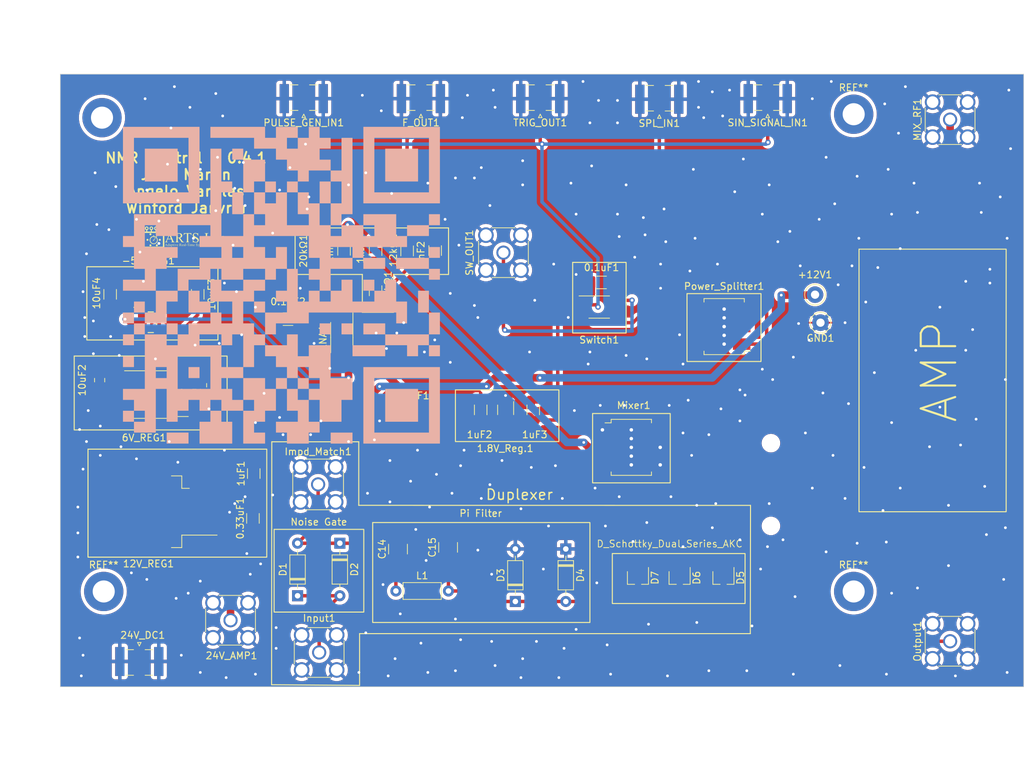
<source format=kicad_pcb>
(kicad_pcb (version 20221018) (generator pcbnew)
  (layers (0 "F.Cu" signal) (31 "B.Cu" signal) (34 "B.Paste" user) (35 "F.Paste" user) (36 "B.SilkS" user "B.Silkscreen") (37 "F.SilkS" user "F.Silkscreen") (38 "B.Mask" user) (39 "F.Mask" user) (44 "Edge.Cuts" user))
  (net 0 "")
  (net 1 "GND")
  (net 2 "Net-(F_OUT1-In)")
  (net 3 "Net-(D1-A)")
  (net 4 "Net-(D3-K)")
  (net 5 "Net-(D1-K)")
  (net 6 "Net-(MIX_RF1-In)")
  (net 7 "Net-(PULSE_GEN_IN1-In)")
  (net 8 "Net-(LNA1-+IN1)")
  (net 9 "Net-(SW_OUT1-In)")
  (net 10 "Net-(LNA1-OUT1)")
  (net 11 "Net-(LNA1--IN1)")
  (net 12 "Net-(LNA1--IN2)")
  (net 13 "Net-(+12V1-In)")
  (net 14 "Net-(1.8V_Reg.1-OUT)")
  (net 17 "Net-(Power_Splitter1-SUM)")
  (net 19 "Net-(Power_Splitter1-PORT2)")
  (net 21 "Net-(12V_REG1-VI)")
  (net 22 "Net-(-5V_REG1-OUT)")
  (net 23 "Net-(-5V_REG1-V+)")
  (net 24 "Net-(-5V_REG1-C1-)")
  (net 25 "Net-(-5V_REG1-C1+)")
  (net 26 "Net-(Mixer1-IF)")
  (footprint "Connector_Pin:Pin_D1.0mm_L10.0mm_LooseFit" (layer "F.Cu") (at 185.6486 75.184 180)
    (fp_text reference "+12V1")
    (fp_text value "Pin Hole" hide)
  )
  (footprint "Package_TO_SOT_SMD:TSOT-23_HandSoldering" (layer "F.Cu") (at 166.0296 116.264 -90)
    (fp_text reference "D6")
    (fp_text value "D_Schottky_Dual_Series_AKC" hide)
  )
  (footprint "MountingHole:MountingHole_3.2mm_M3_ISO7380_Pad" (layer "F.Cu") (at 191.25 49)
    (fp_text reference "REF**")
    (fp_text value "MountingHole_3.2mm_M3_ISO7380_Pad")
  )
  (footprint "Capacitor_SMD:C_1206_3216Metric" (layer "F.Cu") (at 126.9492 91.694)
    (fp_text reference "0.1.uF1")
    (fp_text value "0.1uF" hide)
  )
  (footprint "MountingHole:MountingHole_2.2mm_M2_DIN965" (layer "F.Cu") (at 179.25 96.73)
    (fp_text reference "REF**" hide)
    (fp_text value "MountingHole_2.2mm_M2_DIN965")
  )
  (footprint "Capacitor_SMD:C_1206_3216Metric" (layer "F.Cu") (at 117.348 68.754 90)
    (fp_text reference "1nF1")
    (fp_text value "C")
  )
  (footprint "Capacitor_SMD:C_1206_3216Metric" (layer "F.Cu") (at 154.686 73.406 180)
    (fp_text reference "0.1uF1")
    (fp_text value "0.1 uF" hide)
  )
  (footprint "Capacitor_SMD:C_1206_3216Metric" (layer "F.Cu") (at 83.427 75.135 -90)
    (fp_text reference "10uF4")
    (fp_text value "10 uF")
  )
  (footprint "Capacitor_SMD:C_0805_2012Metric" (layer "F.Cu") (at 81.909 87.585 90)
    (fp_text reference "10uF2")
    (fp_text value "10 uF" hide)
  )
  (footprint "Library:ARTS" (layer "F.Cu") (at 94.16 67.21)
    (fp_text reference "G***" hide)
    (fp_text value "LOGO" hide)
  )
  (footprint "Diode_THT:D_DO-35_SOD27_P7.62mm_Horizontal" (layer "F.Cu") (at 116.7384 111.252 -90)
    (fp_text reference "D2")
    (fp_text value "1N4148")
  )
  (footprint "Connector_Coaxial:SMA_Samtec_SMA-J-P-X-ST-EM1_EdgeMount" (layer "F.Cu") (at 178.785 46.736 180)
    (fp_text reference "SIN_SIGNAL_IN1")
    (fp_text value "Conn_Coaxial")
  )
  (footprint "Capacitor_SMD:C_1206_3216Metric" (layer "F.Cu") (at 104.255 101.141 90)
    (fp_text reference "1uF1")
    (fp_text value "1 uF" hide)
  )
  (footprint "Capacitor_SMD:C_1206_3216Metric" (layer "F.Cu") (at 96.127 75.135 -90)
    (fp_text reference "10uF3")
    (fp_text value "10 uF" hide)
  )
  (footprint "Resistor_SMD:R_1206_3216Metric" (layer "F.Cu") (at 126.492 68.832 90)
    (fp_text reference "12kΩ1")
    (fp_text value "R" hide)
  )
  (footprint "Library:MF05A" (layer "F.Cu") (at 89.3198 79.1845)
    (fp_text reference "-5V_REG1")
    (fp_text value "LM828M5" hide)
  )
  (footprint "Connector_Coaxial:SMA_Samtec_SMA-J-P-X-ST-EM1_EdgeMount" (layer "F.Cu") (at 87.661 128.409)
    (fp_text reference "24V_DC1")
    (fp_text value "Conn_Coaxial")
  )
  (footprint "Package_TO_SOT_SMD:TO-252-2" (layer "F.Cu") (at 88.626 89.682 180)
    (fp_text reference "6V_REG1")
    (fp_text value "NCP1117-5.0_TO252" hide)
  )
  (footprint "Package_TO_SOT_SMD:TO-263-3_TabPin2" (layer "F.Cu") (at 88.991 106.68 180)
    (fp_text reference "12V_REG1")
    (fp_text value "LM7812_TO220" hide)
  )
  (footprint "Capacitor_SMD:C_1206_3216Metric" (layer "F.Cu") (at 109.22 78.74)
    (fp_text reference "0.1uF2")
    (fp_text value "0.1uF" hide)
  )
  (footprint "MountingHole:MountingHole_3.2mm_M3_ISO7380_Pad" (layer "F.Cu") (at 191.25 118.25)
    (fp_text reference "REF**")
    (fp_text value "MountingHole_3.2mm_M3_ISO7380_Pad")
  )
  (footprint "Diode_THT:D_DO-35_SOD27_P7.62mm_Horizontal" (layer "F.Cu") (at 149.5044 112.0846 -90)
    (fp_text reference "D4")
    (fp_text value "1N4148")
  )
  (footprint "Inductor_THT:L_Axial_L5.3mm_D2.2mm_P7.62mm_Horizontal_Vishay_IM-1" (layer "F.Cu") (at 124.8664 118.1806)
    (fp_text reference "L1")
    (fp_text value "L")
  )
  (footprint "Capacitor_SMD:C_1210_3225Metric_Pad1.33x2.70mm_HandSolder" (layer "F.Cu") (at 132.4356 111.8493 90)
    (fp_text reference "C15")
    (fp_text value "C")
  )
  (footprint "Connector_Coaxial:SMA_Amphenol_132291_Vertical" (layer "F.Cu") (at 205.232 49.784 90)
    (fp_text reference "MIX_RF1")
    (fp_text value "Conn_Coaxial")
  )
  (footprint "Capacitor_SMD:C_1206_3216Metric" (layer "F.Cu") (at 104.14 107.647 90)
    (fp_text reference "0.33uF1")
    (fp_text value "0.33 uF" hide)
  )
  (footprint "Package_TO_SOT_SMD:SOT-353_SC-70-5" (layer "F.Cu") (at 140.782 91.8955 -90)
    (fp_text reference "1.8V_Reg.1")
    (fp_text value "NCP715-1.8V" hide)
  )
  (footprint "Connector_Coaxial:SMA_Amphenol_132134_Vertical" (layer "F.Cu") (at 113.5888 102.7176)
    (fp_text reference "Impd_Match1")
    (fp_text value "Conn_Coaxial" hide)
  )
  (footprint "Diode_THT:D_DO-35_SOD27_P7.62mm_Horizontal" (layer "F.Cu") (at 142.1904 119.7046 90)
    (fp_text reference "D3")
    (fp_text value "1N4148")
  )
  (footprint "Package_TO_SOT_SMD:TSOT-23_HandSoldering" (layer "F.Cu") (at 172.3796 116.264 -90)
    (fp_text reference "D5")
    (fp_text value "D_Schottky_Dual_Series_AKC" hide)
  )
  (footprint "Package_SO:MSOP-8_3x3mm_P0.65mm" (layer "F.Cu") (at 154.3515 76.9805)
    (fp_text reference "Switch1")
    (fp_text value "ADG901BRMZ" hide)
  )
  (footprint "Capacitor_SMD:C_1206_3216Metric" (layer "F.Cu") (at 137.16 91.899 90)
    (fp_text reference "1uF2")
    (fp_text value "1 uF" hide)
  )
  (footprint "Connector_Coaxial:SMA_Amphenol_132291_Vertical" (layer "F.Cu") (at 205.232 125.476 90)
    (fp_text reference "Output1")
    (fp_text value "Conn_Coaxial")
  )
  (footprint "Connector_Coaxial:SMA_Amphenol_132291_Vertical" (layer "F.Cu") (at 113.7412 127.1016)
    (fp_text reference "Input1")
    (fp_text value "Conn_Coaxial")
  )
  (footprint "RF_Mini-Circuits:Mini-Circuits_CD636_LandPatternPL-035" (layer "F.Cu") (at 172.466 79.8155 180)
    (fp_text reference "Power_Splitter1")
    (fp_text value "ADP-2-1W" hide)
  )
  (footprint "Resistor_SMD:R_1206_3216Metric" (layer "F.Cu") (at 113.284 68.832 90)
    (fp_text reference "20kΩ1")
    (fp_text value "R" hide)
  )
  (footprint "Capacitor_SMD:C_1210_3225Metric_Pad1.33x2.70mm_HandSolder" (layer "F.Cu") (at 125.1712 112.1033 90)
    (fp_text reference "C14")
    (fp_text value "C" hide)
  )
  (footprint "Resistor_SMD:R_1206_3216Metric" (layer "F.Cu") (at 121.92 74.6145 -90)
    (fp_text reference "100kΩ1")
    (fp_text value "R" hide)
  )
  (footprint "Connector_Coaxial:SMA_Samtec_SMA-J-P-X-ST-EM1_EdgeMount" (layer "F.Cu") (at 163.068 46.8265 180)
    (fp_text reference "SPL_IN1")
    (fp_text value "Conn_Coaxial")
  )
  (footprint "Connector_Coaxial:SMA_Amphenol_132291_Vertical" (layer "F.Cu") (at 100.8888 122.428)
    (fp_text reference "24V_AMP1")
    (fp_text value "Conn_Coaxial")
  )
  (footprint "Connector_Pin:Pin_D1.0mm_L10.0mm_LooseFit" (layer "F.Cu") (at 186.436 79.248)
    (fp_text reference "GND1")
    (fp_text value "Pin Hole")
  )
  (footprint "RF_Mini-Circuits:Mini-Circuits_CD542_LandPatternPL-052" (layer "F.Cu") (at 159.004 97.3415)
    (fp_text reference "Mixer1")
    (fp_text value "ADE-6" hide)
  )
  (footprint "Connector_Coaxial:SMA_Samtec_SMA-J-P-X-ST-EM1_EdgeMount" (layer "F.Cu") (at 145.796 46.736 180)
    (fp_text reference "TRIG_OUT1")
    (fp_text value "Conn_Coaxial")
  )
  (footprint "Package_SO:TSSOP-8_4.4x3mm_P0.65mm" (layer "F.Cu") (at 117.023 81.408 -90)
    (fp_text reference "LNA1")
    (fp_text value "LM4565" hide)
  )
  (footprint "Capacitor_SMD:C_1206_3216Metric" (layer "F.Cu") (at 144.78 91.899 90)
    (fp_text reference "1uF3")
    (fp_text value "1 uF" hide)
  )
  (footprint "Capacitor_SMD:C_1206_3216Metric" (layer "F.Cu") (at 130.556 68.785 90)
    (fp_text reference "1nF2")
    (fp_text value "C" hide)
  )
  (footprint "Package_TO_SOT_SMD:TSOT-23_HandSoldering" (layer "F.Cu") (at 159.9844 116.264 -90)
    (fp_text reference "D7")
    (fp_text value "D_Schottky_Dual_Series_AKC" hide)
  )
  (footprint "MountingHole:MountingHole_3.2mm_M3_ISO7380_Pad" (layer "F.Cu") (at 82.5 118.25)
    (fp_text reference "REF**")
    (fp_text value "MountingHole_3.2mm_M3_ISO7380_Pad")
  )
  (footprint "Connector_Coaxial:SMA_Samtec_SMA-J-P-X-ST-EM1_EdgeMount" (layer "F.Cu") (at 128.493 46.736 180)
    (fp_text reference "F_OUT1")
    (fp_text value "Conn_Coaxial")
  )
  (footprint "MountingHole:MountingHole_3.2mm_M3_ISO7380_Pad" (layer "F.Cu") (at 82.25 49.5)
    (fp_text reference "REF**" hide)
    (fp_text value "MountingHole_3.2mm_M3_ISO7380_Pad")
  )
  (footprint "Capacitor_SMD:C_0805_2012Metric" (layer "F.Cu") (at 98.159 88.326 -90)
    (fp_text reference "10uF1")
    (fp_text value "10 uF")
  )
  (footprint "Connector_Coaxial:SMA_Amphenol_132291_Vertical" (layer "F.Cu") (at 140.462 69.088 90)
    (fp_text reference "SW_OUT1")
    (fp_text value "Conn_Coaxial")
  )
  (footprint "Diode_THT:D_DO-35_SOD27_P7.62mm_Horizontal" (layer "F.Cu") (at 110.6084 118.872 90)
    (fp_text reference "D1")
    (fp_text value "1N4148")
  )
  (footprint "MountingHole:MountingHole_2.2mm_M2_DIN965" (layer "F.Cu") (at 179.25 108.74)
    (fp_text reference "REF**" hide)
    (fp_text value "MountingHole_2.2mm_M2_DIN965")
  )
  (footprint "Resistor_SMD:R_1206_3216Metric" (layer "F.Cu") (at 121.92 68.7725 -90)
    (fp_text reference "1kΩ1")
    (fp_text value "R" hide)
  )
  (footprint "Connector_Coaxial:SMA_Samtec_SMA-J-P-X-ST-EM1_EdgeMount" (layer "F.Cu") (at 111.506 46.736 180)
    (fp_text reference "PULSE_GEN_IN1")
    (fp_text value "Conn_Coaxial")
  )
  (footprint "Library:githubQR" (layer "B.Cu") (at 108.52 73.56 180)
    (fp_text reference "G***" hide)
    (fp_text value "LOGO" hide)
  )
  (gr_rect (start 107.21 109.24) (end 120.21 121.24) (stroke (width 0.15)) (fill none) (layer "F.SilkS"))
  (gr_line (start 119.48 105.75) (end 176.29 105.76) (stroke (width 0.15)) (layer "F.SilkS"))
  (gr_rect (start 167.08 75.03) (end 177.81 84.88) (stroke (width 0.15)) (fill none) (layer "F.SilkS"))
  (gr_line (start 176.26 124.37) (end 119.6 124.37) (stroke (width 0.15)) (layer "F.SilkS"))
  (gr_rect (start 192.024 68.58) (end 213.36 106.68) (stroke (width 0.15)) (fill none) (layer "F.SilkS"))
  (gr_line (start 119.6 131.88) (end 106.84 131.78) (stroke (width 0.15)) (layer "F.SilkS"))
  (gr_rect (start 78.22 84.09) (end 100.39 94.81) (stroke (width 0.15)) (fill none) (layer "F.SilkS"))
  (gr_line (start 132.5 72.25) (end 124.5 72.25) (stroke (width 0.15)) (layer "F.SilkS"))
  (gr_line (start 106.84 131.78) (end 106.87 96.53) (stroke (width 0.15)) (layer "F.SilkS"))
  (gr_rect (start 121.5 108.25) (end 153 122.75) (stroke (width 0.15)) (fill none) (layer "F.SilkS"))
  (gr_line (start 176.29 105.76) (end 176.26 124.37) (stroke (width 0.15)) (layer "F.SilkS"))
  (gr_rect (start 150.5 70.5) (end 158.25 80.75) (stroke (width 0.15)) (fill none) (layer "F.SilkS"))
  (gr_rect (start 80.22 97.6) (end 106.14 113.27) (stroke (width 0.15)) (fill none) (layer "F.SilkS"))
  (gr_line (start 110.25 72.25) (end 110.25 65.5) (stroke (width 0.15)) (layer "F.SilkS"))
  (gr_line (start 132.5 65.5) (end 132.5 72.25) (stroke (width 0.15)) (layer "F.SilkS"))
  (gr_line (start 119.6 124.37) (end 119.6 131.88) (stroke (width 0.15)) (layer "F.SilkS"))
  (gr_line (start 106.87 96.53) (end 119.48 96.53) (stroke (width 0.15)) (layer "F.SilkS"))
  (gr_line (start 124.5 72.25) (end 124.5 77.75) (stroke (width 0.15)) (layer "F.SilkS"))
  (gr_rect (start 133.5 89) (end 148.5 96.5) (stroke (width 0.15)) (fill none) (layer "F.SilkS"))
  (gr_line (start 124.5 77.75) (end 120 77.75) (stroke (width 0.15)) (layer "F.SilkS"))
  (gr_line (start 119.48 96.53) (end 119.48 105.75) (stroke (width 0.15)) (layer "F.SilkS"))
  (gr_rect (start 80.05 71.13) (end 99.06 81.76) (stroke (width 0.15)) (fill none) (layer "F.SilkS"))
  (gr_line (start 110.25 65.5) (end 132.5 65.5) (stroke (width 0.15)) (layer "F.SilkS"))
  (gr_rect (start 153.39 92.43) (end 164.65 102.49) (stroke (width 0.15)) (fill none) (layer "F.SilkS"))
  (gr_line (start 120 77.75) (end 120 72.25) (stroke (width 0.15)) (layer "F.SilkS"))
  (gr_line (start 120 72.25) (end 110.25 72.25) (stroke (width 0.15)) (layer "F.SilkS"))
  (gr_rect (start 156.25 112.75) (end 175.5 120) (stroke (width 0.15)) (fill none) (layer "F.SilkS"))
  (gr_rect (start 76.2 43.18) (end 215.9 132.08) (stroke (width 0.1)) (fill none) (layer "Edge.Cuts"))
  (gr_text "Duplexer" (at 137.8 105.07) (layer "F.SilkS") (effects (font (size 1.5 1.5) (thickness 0.2)) (justify left bottom)))
  (gr_text "Pi Filter\n" (at 134 107.5) (layer "F.SilkS") (effects (font (size 1 1)) (justify left bottom)))
  (gr_text "Noise Gate\n" (at 109.5 108.75) (layer "F.SilkS") (effects (font (size 1 1)) (justify left bottom)))
  (gr_text "NMR Control V 0.4.1\nJake Martin\nAngelo Varillas\nWinford Janvrin" (at 94.43 63.47) (layer "F.SilkS") (effects (font (size 1.5 1.5) (thickness 0.275) bold) (justify bottom)))
  (gr_text "D_Schottky_Dual_Series_AKC" (at 153.91 111.92) (layer "F.SilkS") (effects (font (size 1 1) (thickness 0.125)) (justify left bottom)))
  (gr_text "Filter" (at 120.25 65) (layer "F.SilkS") (effects (font (size 1 1)) (justify left bottom)))
  (gr_text "AMP" (at 206.6 94.04 90) (layer "F.SilkS") (effects (font (size 5 5) (thickness 0.3)) (justify left bottom)))
  (segment (start 183.388 79.248) (end 183.261 79.375) (width 0.25) (layer "F.Cu") (net 1))
  (segment (start 186.436 79.248) (end 184.785 80.899) (width 0.25) (layer "F.Cu") (net 1))
  (segment (start 151.0405 77.3055) (end 149.86 78.486) (width 0.25) (layer "F.Cu") (net 1))
  (segment (start 116.048 84.2705) (end 116.048 85.452) (width 0.25) (layer "F.Cu") (net 1))
  (segment (start 151.0555 77.3055) (end 151.0405 77.3055) (width 0.25) (layer "F.Cu") (net 1))
  (segment (start 184.785 80.899) (end 184.785 81.788) (width 0.25) (layer "F.Cu") (net 1))
  (segment (start 140.7668 89.8144) (end 140.782 89.7992) (width 0.25) (layer "F.Cu") (net 1))
  (segment (start 116 85.5) (end 115.66 85.5) (width 0.25) (layer "F.Cu") (net 1))
  (segment (start 186.436 79.248) (end 183.388 79.248) (width 0.25) (layer "F.Cu") (net 1))
  (segment (start 140.782 89.8296) (end 140.7668 89.8144) (width 0.25) (layer "F.Cu") (net 1))
  (segment (start 156.464 76.6555) (end 156.464 77.9555) (width 0.25) (layer "F.Cu") (net 1))
  (segment (start 116.048 85.452) (end 116 85.5) (width 0.25) (layer "F.Cu") (net 1))
  (segment (start 140.782 90.9455) (end 140.782 89.8296) (width 0.25) (layer "F.Cu") (net 1))
  (segment (start 152.239 77.3055) (end 151.0555 77.3055) (width 0.25) (layer "F.Cu") (net 1))
  (segment (start 115.66 85.5) (end 115.29 85.87) (width 0.25) (layer "F.Cu") (net 1))
  (segment (start 189.998 79.248) (end 190 79.25) (width 0.25) (layer "F.Cu") (net 1))
  (segment (start 186.436 79.248) (end 189.998 79.248) (width 0.25) (layer "F.Cu") (net 1))
  (via (at 143 106.25) (size 0.8) (drill 0.4) (layers "F.Cu" "B.Cu") (net 1))
  (via (at 103 62.25) (size 0.8) (drill 0.4) (layers "F.Cu" "B.Cu") (net 1))
  (via (at 107.5 126.5) (size 0.8) (drill 0.4) (layers "F.Cu" "B.Cu") (net 1))
  (via (at 191.75 111.25) (size 0.8) (drill 0.4) (layers "F.Cu" "B.Cu") (net 1))
  (via (at 95.75 82.5) (size 0.8) (drill 0.4) (layers "F.Cu" "B.Cu") (net 1))
  (via (at 188.5 62) (size 0.8) (drill 0.4) (layers "F.Cu" "B.Cu") (net 1))
  (via (at 114 93.5) (size 0.8) (drill 0.4) (layers "F.Cu" "B.Cu") (net 1))
  (via (at 153.75 103.25) (size 0.8) (drill 0.4) (layers "F.Cu" "B.Cu") (net 1))
  (via (at 157.25 104.5) (size 0.8) (drill 0.4) (layers "F.Cu" "B.Cu") (net 1))
  (via (at 78.75 113.25) (size 0.8) (drill 0.4) (layers "F.Cu" "B.Cu") (net 1))
  (via (at 193 76.25) (size 0.8) (drill 0.4) (layers "F.Cu" "B.Cu") (net 1))
  (via (at 139.25 129) (size 0.8) (drill 0.4) (layers "F.Cu" "B.Cu") (net 1))
  (via (at 92.25 51) (size 0.8) (drill 0.4) (layers "F.Cu" "B.Cu") (net 1))
  (via (at 210.5 110) (size 0.8) (drill 0.4) (layers "F.Cu" "B.Cu") (net 1))
  (via (at 79 125) (size 0.8) (drill 0.4) (layers "F.Cu" "B.Cu") (net 1))
  (via (at 164 67.5) (size 0.8) (drill 0.4) (layers "F.Cu" "B.Cu") (net 1))
  (via (at 133 104) (size 0.8) (drill 0.4) (layers "F.Cu" "B.Cu") (net 1))
  (via (at 100.75 106.75) (size 0.8) (drill 0.4) (layers "F.Cu" "B.Cu") (net 1))
  (via (at 94.75 118.5) (size 0.8) (drill 0.4) (layers "F.Cu" "B.Cu") (net 1))
  (via (at 122 80.75) (size 0.8) (drill 0.4) (layers "F.Cu" "B.Cu") (net 1))
  (via (at 79.75 78.5) (size 0.8) (drill 0.4) (layers "F.Cu" "B.Cu") (net 1))
  (via (at 157 63.5) (size 0.8) (drill 0.4) (layers "F.Cu" "B.Cu") (net 1))
  (via (at 153.25 56.5) (size 0.8) (drill 0.4) (layers "F.Cu" "B.Cu") (net 1))
  (via (at 109.5 56.75) (size 0.8) (drill 0.4) (layers "F.Cu" "B.Cu") (net 1))
  (via (at 122.5 93.5) (size 0.8) (drill 0.4) (layers "F.Cu" "B.Cu") (net 1))
  (via (at 190 104.75) (size 0.8) (drill 0.4) (layers "F.Cu" "B.Cu") (net 1))
  (via (at 132 64.25) (size 0.8) (drill 0.4) (layers "F.Cu" "B.Cu") (net 1))
  (via (at 147 108.75) (size 0.8) (drill 0.4) (layers "F.Cu" "B.Cu") (net 1))
  (via (at 212.5 61) (size 0.8) (drill 0.4) (layers "F.Cu" "B.Cu") (net 1))
  (via (at 174 60.25) (size 0.8) (drill 0.4) (layers "F.Cu" "B.Cu") (net 1))
  (via (at 121.75 96.25) (size 0.8) (drill 0.4) (layers "F.Cu" "B.Cu") (net 1))
  (via (at 88.5 46.75) (size 0.8) (drill 0.4) (layers "F.Cu" "B.Cu") (net 1))
  (via (at 151 123.75) (size 0.8) (drill 0.4) (layers "F.Cu" "B.Cu") (net 1))
  (via (at 175.5 89.75) (size 0.8) (drill 0.4) (layers "F.Cu" "B.Cu") (net 1))
  (via (at 196 130.25) (size 0.8) (drill 0.4) (layers "F.Cu" "B.Cu") (net 1))
  (via (at 154.25 47) (size 0.8) (drill 0.4) (layers "F.Cu" "B.Cu") (net 1))
  (via (at 161.25 108.25) (size 0.8) (drill 0.4) (layers "F.Cu" "B.Cu") (net 1))
  (via (at 213.75 45.5) (size 0.8) (drill 0.4) (layers "F.Cu" "B.Cu") (net 1))
  (via (at 97.75 91.75) (size 0.8) (drill 0.4) (layers "F.Cu" "B.Cu") (net 1))
  (via (at 101.75 74.75) (size 0.8) (drill 0.4) (layers "F.Cu" "B.Cu") (net 1))
  (via (at 163.25 74.25) (size 0.8) (drill 0.4) (layers "F.Cu" "B.Cu") (net 1))
  (via (at 129 83.5) (size 0.8) (drill 0.4) (layers "F.Cu" "B.Cu") (net 1))
  (via (at 158.25 59.25) (size 0.8) (drill 0.4) (layers "F.Cu" "B.Cu") (net 1))
  (via (at 127 102.25) (size 0.8) (drill 0.4) (layers "F.Cu" "B.Cu") (net 1))
  (via (at 80 69.25) (size 0.8) (drill 0.4) (layers "F.Cu" "B.Cu") (net 1))
  (via (at 96.5 130) (size 0.8) (drill 0.4) (layers "F.Cu" "B.Cu") (net 1))
  (via (at 151 63.5) (size 0.8) (drill 0.4) (layers "F.Cu" "B.Cu") (net 1))
  (via (at 136.75 78.5) (size 0.8) (drill 0.4) (layers "F.Cu" "B.Cu") (net 1))
  (via (at 211 73.5) (size 0.8) (drill 0.4) (layers "F.Cu" "B.Cu") (net 1))
  (via (at 134 68) (size 0.8) (drill 0.4) (layers "F.Cu" "B.Cu") (net 1))
  (via (at 88.25 73.25) (size 0.8) (drill 0.4) (layers "F.Cu" "B.Cu") (net 1))
  (via (at 167.5 71.75) (size 0.8) (drill 0.4) (layers "F.Cu" "B.Cu") (net 1))
  (via (at 102.5 81) (size 0.8) (drill 0.4) (layers "F.Cu" "B.Cu") (net 1))
  (via (at 189 73.75) (size 0.8) (drill 0.4) (layers "F.Cu" "B.Cu") (net 1))
  (via (at 130.5 81.75) (size 0.8) (drill 0.4) (layers "F.Cu" "B.Cu") (net 1))
  (via (at 149.25 126.5) (size 0.8) (drill 0.4) (layers "F.Cu" "B.Cu") (net 1))
  (via (at 136.75 112.25) (size 0.8) (drill 0.4) (layers "F.Cu" "B.Cu") (net 1))
  (via (at 112.25 61) (size 0.8) (drill 0.4) (layers "F.Cu" "B.Cu") (net 1))
  (via (at 99.25 82.25) (size 0.8) (drill 0.4) (layers "F.Cu" "B.Cu") (net 1))
  (via (at 120.5 57.5) (size 0.8) (drill 0.4) (layers "F.Cu" "B.Cu") (net 1))
  (via (at 99.75 49.25) (size 0.8) (drill 0.4) (layers "F.Cu" "B.Cu") (net 1))
  (via (at 87.25 99) (size 0.8) (drill 0.4) (layers "F.Cu" "B.Cu") (net 1))
  (via (at 163.25 70.75) (size 0.8) (drill 0.4) (layers "F.Cu" "B.Cu") (net 1))
  (via (at 168.75 48) (size 0.8) (drill 0.4) (layers "F.Cu" "B.Cu") (net 1))
  (via (at 156 130.25) (size 0.8) (drill 0.4) (layers "F.Cu" "B.Cu") (net 1))
  (via (at 166 81) (size 0.8) (drill 0.4) (layers "F.Cu" "B.Cu") (net 1))
  (via (at 99 55.25) (size 0.8) (drill 0.4) (layers "F.Cu" "B.Cu") (net 1))
  (via (at 98.75 63) (size 0.8) (drill 0.4) (layers "F.Cu" "B.Cu") (net 1))
  (via (at 192 67) (size 0.8) (drill 0.4) (layers "F.Cu" "B.Cu") (net 1))
  (via (at 134.5 49.5) (size 0.8) (drill 0.4) (layers "F.Cu" "B.Cu") (net 1))
  (via (at 136.25 58.25) (size 0.8) (drill 0.4) (layers "F.Cu" "B.Cu") (net 1))
  (via (at 175.75 129.75) (size 0.8) (drill 0.4) (layers "F.Cu" "B.Cu") (net 1))
  (via (at 130.75 101.25) (size 0.8) (drill 0.4) (layers "F.Cu" "B.Cu") (net 1))
  (via (at 91.75 56.25) (size 0.8) (drill 0.4) (layers "F.Cu" "B.Cu") (net 1))
  (via (at 200.25 83.25) (size 0.8) (drill 0.4) (layers "F.Cu" "B.Cu") (net 1))
  (via (at 195.5 106.5) (size 0.8) (drill 0.4) (layers "F.Cu" "B.Cu") (net 1))
  (via (at 93 119.25) (size 0.8) (drill 0.4) (layers "F.Cu" "B.Cu") (net 1))
  (via (at 100.25 130.75) (size 0.8) (drill 0.4) (layers "F.Cu" "B.Cu") (net 1))
  (via (at 115.29 85.87) (size 0.8) (drill 0.4) (layers "F.Cu" "B.Cu") (net 1))
  (via (at 101.5 59.75) (size 0.8) (drill 0.4) (layers "F.Cu" "B.Cu") (net 1))
  (via (at 132.75 75) (size 0.8) (drill 0.4) (layers "F.Cu" "B.Cu") (net 1))
  (via (at 79.5 100.5) (size 0.8) (drill 0.4) (layers "F.Cu" "B.Cu") (net 1))
  (via (at 133.5 129.75) (size 0.8) (drill 0.4) (layers "F.Cu" "B.Cu") (net 1))
  (via (at 188.25 98.5) (size 0.8) (drill 0.4) (layers "F.Cu" "B.Cu") (net 1))
  (via (at 83.25 65.75) (size 0.8) (drill 0.4) (layers "F.Cu" "B.Cu") (net 1))
  (via (at 87.75 69) (size 0.8) (drill 0.4) (layers "F.Cu" "B.Cu") (net 1))
  (via (at 161 66.5) (size 0.8) (drill 0.4) (layers "F.Cu" "B.Cu") (net 1))
  (via (at 172 91.75) (size 0.8) (drill 0.4) (layers "F.Cu" "B.Cu") (net 1))
  (via (at 184.785 81.788) (size 0.8) (drill 0.4) (layers "F.Cu" "B.Cu") (net 1))
  (via (at 175.25 55.5) (size 0.8) (drill 0.4) (layers "F.Cu" "B.Cu") (net 1))
  (via (at 134.25 100) (size 0.8) (drill 0.4) (layers "F.Cu" "B.Cu") (net 1))
  (via (at 134.75 97.75) (size 0.8) (drill 0.4) (layers "F.Cu" "B.Cu") (net 1))
  (via (at 118 96.5) (size 0.8) (drill 0.4) (layers "F.Cu" "B.Cu") (net 1))
  (via (at 206.75 97) (size 0.8) (drill 0.4) (layers "F.Cu" "B.Cu") (net 1))
  (via (at 96.5 116.75) (size 0.8) (drill 0.4) (layers "F.Cu" "B.Cu") (net 1))
  (via (at 200 59) (size 0.8) (drill 0.4) (layers "F.Cu" "B.Cu") (net 1))
  (via (at 213.25 87.5) (size 0.8) (drill 0.4) (layers "F.Cu" "B.Cu") (net 1))
  (via (at 190 79.25) (size 0.8) (drill 0.4) (layers "F.Cu" "B.Cu") (net 1))
  (via (at 81 83.75) (size 0.8) (drill 0.4) (layers "F.Cu" "B.Cu") (net 1))
  (via (at 93.25 99.5) (size 0.8) (drill 0.4) (layers "F.Cu" "B.Cu") (net 1))
  (via (at 158 91.25) (size 0.8) (drill 0.4) (layers "F.Cu" "B.Cu") (net 1))
  (via (at 164.75 104.5) (size 0.8) (drill 0.4) (layers "F.Cu" "B.Cu") (net 1))
  (via (at 153 83.5) (size 0.8) (drill 0.4) (layers "F.Cu" "B.Cu") (net 1))
  (via (at 133.5 58.25) (size 0.8) (drill 0.4) (layers "F.Cu" "B.Cu") (net 1))
  (via (at 107 104.25) (size 0.8) (drill 0.4) (layers "F.Cu" "B.Cu") (net 1))
  (via (at 90.5 67.75) (size 0.8) (drill 0.4) (layers "F.Cu" "B.Cu") (net 1))
  (via (at 150.25 59) (size 0.8) (drill 0.4) (layers "F.Cu" "B.Cu") (net 1))
  (via (at 90.5 64.5) (size 0.8) (drill 0.4) (layers "F.Cu" "B.Cu") (net 1))
  (via (at 174.75 110.75) (size 0.8) (drill 0.4) (layers "F.Cu" "B.Cu") (net 1))
  (via (at 166.5 95.25) (size 0.8) (drill 0.4) (layers "F.Cu" "B.Cu") (net 1))
  (via (at 93.25 61.5) (size 0.8) (drill 0.4) (layers "F.Cu" "B.Cu") (net 1))
  (via (at 192.75 100.25) (size 0.8) (drill 0.4) (layers "F.Cu" "B.Cu") (net 1))
  (via (at 126 79.25) (size 0.8) (drill 0.4) (layers "F.Cu" "B.Cu") (net 1))
  (via (at 108 60) (size 0.8) (drill 0.4) (layers "F.Cu" "B.Cu") (net 1))
  (via (at 145.25 125.5) (size 0.8) (drill 0.4) (layers "F.Cu" "B.Cu") (net 1))
  (via (at 108 93) (size 0.8) (drill 0.4) (layers "F.Cu" "B.Cu") (net 1))
  (via (at 182.75 119) (size 0.8) (drill 0.4) (layers "F.Cu" "B.Cu") (net 1))
  (via (at 183.5 71) (size 0.8) (drill 0.4) (layers "F.Cu" "B.Cu") (net 1))
  (via (at 214 54) (size 0.8) (drill 0.4) (layers "F.Cu" "B.Cu") (net 1))
  (via (at 140.7668 89.8144) (size 0.8) (drill 0.4) (layers "F.Cu" "B.Cu") (net 1))
  (via (at 213.25 109) (size 0.8) (drill 0.4) (layers "F.Cu" "B.Cu") (net 1))
  (via (at 138.5 62.25) (size 0.8) (drill 0.4) (layers "F.Cu" "B.Cu") (net 1))
  (via (at 189.25 129) (size 0.8) (drill 0.4) (layers "F.Cu" "B.Cu") (net 1))
  (via (at 168.5 105.75) (size 0.8) (drill 0.4) (layers "F.Cu" "B.Cu") (net 1))
  (via (at 213.5 67) (size 0.8) (drill 0.4) (layers "F.Cu" "B.Cu") (net 1))
  (via (at 84.25 59.5) (size 0.8) (drill 0.4) (layers "F.Cu" "B.Cu") (net 1))
  (via (at 181 110.75) (size 0.8) (drill 0.4) (layers "F.Cu" "B.Cu") (net 1))
  (via (at 171.25 105.5) (size 0.8) (drill 0.4) (layers "F.Cu" "B.Cu") (net 1))
  (via (at 79.5 127.5) (size 0.8) (drill 0.4) (layers "F.Cu" "B.Cu") (net 1))
  (via (at 104.5 93.75) (size 0.8) (drill 0.4) (layers "F.Cu" "B.Cu") (net 1))
  (via (at 143.25 128) (size 0.8) (drill 0.4) (layers "F.Cu" "B.Cu") (net 1))
  (via (at 170.75 45.75) (size 0.8) (drill 0.4) (layers "F.Cu" "B.Cu") (net 1))
  (via (at 105.25 114.25) (size 0.8) (drill 0.4) (layers "F.Cu" "B.Cu") (net 1))
  (via (at 213.5 130) (size 0.8) (drill 0.4) (layers "F.Cu" "B.Cu") (net 1))
  (via (at 134.25 125.25) (size 0.8) (drill 0.4) (layers "F.Cu" "B.Cu") (net 1))
  (via (at 103 104.5) (size 0.8) (drill 0.4) (layers "F.Cu" "B.Cu") (net 1))
  (via (at 182 66) (size 0.8) (drill 0.4) (layers "F.Cu" "B.Cu") (net 1))
  (via (at 179.5 87.5) (size 0.8) (drill 0.4) (layers "F.Cu" "B.Cu") (net 1))
  (via (at 144.5 100.25) (size 0.8) (drill 0.4) (layers "F.Cu" "B.Cu") (net 1))
  (via (at 177.75 115) (size 0.8) (drill 0.4) (layers "F.Cu" "B.Cu") (net 1))
  (via (at 147.75 70.75) (size 0.8) (drill 0.4) (layers "F.Cu" "B.Cu") (net 1))
  (via (at 194.25 86.5) (size 0.8) (drill 0.4) (layers "F.Cu" "B.Cu") (net 1))
  (via (at 150.75 92) (size 0.8) (drill 0.4) (layers "F.Cu" "B.Cu") (net 1))
  (via (at 143.25 55.75) (size 0.8) (drill 0.4) (layers "F.Cu" "B.Cu") (net 1))
  (via (at 120 46.25) (size 0.8) (drill 0.4) (layers "F.Cu" "B.Cu") (net 1))
  (via (at 80 96.5) (size 0.8) (drill 0.4) (layers "F.Cu" "B.Cu") (net 1))
  (via (at 129.25 113.75) (size 0.8) (drill 0.4) (layers "F.Cu" "B.Cu") (net 1))
  (via (at 155.25 108.75) (size 0.8) (drill 0.4) (layers "F.Cu" "B.Cu") (net 1))
  (via (at 137.25 56.75) (size 0.8) (drill 0.4) (layers "F.Cu" "B.Cu") (net 1))
  (via (at 195.98 111.08) (size 0.8) (drill 0.4) (layers "F.Cu" "B.Cu") (net 1))
  (via (at 124.25 60.5) (size 0.8) (drill 0.4) (layers "F.Cu" "B.Cu") (net 1))
  (via (at 92.75 45) (size 0.8) (drill 0.4) (layers "F.Cu" "B.Cu") (net 1))
  (via (at 79 94.75) (size 0.8) (drill 0.4) (layers "F.Cu" "B.Cu") (net 1))
  (via (at 160.75 64) (size 0.8) (drill 0.4) (layers "F.Cu" "B.Cu") (net 1))
  (via (at 103.25 112.75) (size 0.8) (drill 0.4) (layers "F.Cu" "B.Cu") (net 1))
  (via (at 187.25 112.5) (size 0.8) (drill 0.4) (layers "F.Cu" "B.Cu") (net 1))
  (via (at 104.5 130.25) (size 0.8) (drill 0.4) (layers "F.Cu" "B.Cu") (net 1))
  (via (at 82 98.5) (size 0.8) (drill 0.4) (layers "F.Cu" "B.Cu") (net 1))
  (via (at 170.25 129.75) (size 0.8) (drill 0.4) (layers "F.Cu" "B.Cu") (net 1))
  (via (at 125.5 121.5) (size 0.8) (drill 0.4) (layers "F.Cu" "B.Cu") (net 1))
  (via (at 93.75 127.5) (size 0.8) (drill 0.4) (layers "F.Cu" "B.Cu") (net 1))
  (via (at 170.25 95.5) (size 0.8) (drill 0.4) (layers "F.Cu" "B.Cu") (net 1))
  (via (at 129.75 106) (size 0.8) (drill 0.4) (layers "F.Cu" "B.Cu") (net 1))
  (via (at 78.75 109.75) (size 0.8) (drill 0.4) (layers "F.Cu" "B.Cu") (net 1))
  (via (at 111 74.25) (size 0.8) (drill 0.4) (layers "F.Cu" "B.Cu") (net 1))
  (via (at 135.25 46.25) (size 0.8) (drill 0.4) (layers "F.Cu" "B.Cu") (net 1))
  (via (at 178 86) (size 0.8) (drill 0.4) (layers "F.Cu" "B.Cu") (net 1))
  (via (at 78.75 106) (size 0.8) (drill 0.4) (layers "F.Cu" "B.Cu") (net 1))
  (via (at 108.5 95.5) (size 0.8) (drill 0.4) (layers "F.Cu" "B.Cu") (net 1))
  (via (at 168 57) (size 0.8) (drill 0.4) (layers "F.Cu" "B.Cu") (net 1))
  (via (at 138.75 115.75) (size 0.8) (drill 0.4) (layers "F.Cu" "B.Cu") (net 1))
  (via (at 149 104.75) (size 0.8) (drill 0.4) (layers "F.Cu" "B.Cu") (net 1))
  (via (at 79.5 74.75) (size 0.8) (drill 0.4) (layers "F.Cu" "B.Cu") (net 1))
  (via (at 127.75 109.25) (size 0.8) (drill 0.4) (layers "F.Cu" "B.Cu") (net 1))
  (via (at 128 97.75) (size 0.8) (drill 0.4) (layers "F.Cu" "B.Cu") (net 1))
  (via (at 164.25 130.5) (size 0.8) (drill 0.4) (layers "F.Cu" "B.Cu") (net 1))
  (via (at 187.25 55.25) (size 0.8) (drill 0.4) (layers "F.Cu" "B.Cu") (net 1))
  (via (at 154.5 91.25) (size 0.8) (drill 0.4) (layers "F.Cu" "B.Cu") (net 1))
  (via (at 179 59.25) (size 0.8) (drill 0.4) (layers "F.Cu" "B.Cu") (net 1))
  (via (at 209.75 63.25) (size 0.8) (drill 0.4) (layers "F.Cu" "B.Cu") (net 1))
  (via (at 144.25 83.5) (size 0.8) (drill 0.4) (layers "F.Cu" "B.Cu") (net 1))
  (via (at 194.75 71.25) (size 0.8) (drill 0.4) (layers "F.Cu" "B.Cu") (net 1))
  (via (at 209 93.25) (size 0.8) (drill 0.4) (layers "F.Cu" "B.Cu") (net 1))
  (via (at 197.75 51.75) (size 0.8) (drill 0.4) (layers "F.Cu" "B.Cu") (net 1))
  (via (at 202.25 97.25) (size 0.8) (drill 0.4) (layers "F.Cu" "B.Cu") (net 1))
  (via (at 112.5 95.5) (size 0.8) (drill 0.4) (layers "F.Cu" "B.Cu") (net 1))
  (via (at 140.25 99.25) (size 0.8) (drill 0.4) (layers "F.Cu" "B.Cu") (net 1))
  (via (at 157.25 66.75) (size 0.8) (drill 0.4) (layers "F.Cu" "B.Cu") (net 1))
  (via (at 102.75 56) (size 0.8) (drill 0.4) (layers "F.Cu" "B.Cu") (net 1))
  (via (at 133.5 122.25) (size 0.8) (drill 0.4) (layers "F.Cu" "B.Cu") (net 1))
  (via (at 95.5 67) (size 0.8) (drill 0.4) (layers "F.Cu" "B.Cu") (net 1))
  (via (at 123.75 130.5) (size 0.8) (drill 0.4) (layers "F.Cu" "B.Cu") (net 1))
  (via (at 105.75 89.5) (size 0.8) (drill 0.4) (layers "F.Cu" "B.Cu") (net 1))
  (via (at 191 71) (size 0.8) (drill 0.4) (layers "F.Cu" "B.Cu") (net 1))
  (via (at 206 130.5) (size 0.8) (drill 0.4) (layers "F.Cu" "B.Cu") (net 1))
  (via (at 143 130.75) (size 0.8) (drill 0.4) (layers "F.Cu" "B.Cu") (net 1))
  (via (at 129.5 59) (size 0.8) (drill 0.4) (layers "F.Cu" "B.Cu") (net 1))
  (via (at 182.5 130.25) (size 0.8) (drill 0.4) (layers "F.Cu" "B.Cu") (net 1))
  (via (at 186.79 89.45) (size 0.8) (drill 0.4) (layers "F.Cu" "B.Cu") (net 1))
  (via (at 139.25 48) (size 0.8) (drill 0.4) (layers "F.Cu" "B.Cu") (net 1))
  (via (at 113 82.25) (size 0.8) (drill 0.4) (layers "F.Cu" "B.Cu") (net 1))
  (via (at 164.5 91.25) (size 0.8) (drill 0.4) (layers "F.Cu" "B.Cu") (net 1))
  (via (at 81.25 57.5) (size 0.8) (drill 0.4) (layers "F.Cu" "B.Cu") (net 1))
  (via (at 172.25 49.25) (size 0.8) (drill 0.4) (layers "F.Cu" "B.Cu") (net 1))
  (via (at 96.5 57) (size 0.8) (drill 0.4) (layers "F.Cu" "B.Cu") (net 1))
  (via (at 81.5 65) (size 0.8) (drill 0.4) (layers "F.Cu" "B.Cu") (net 1))
  (via (at 205 114.5) (size 0.8) (drill 0.4) (layers "F.Cu" "B.Cu") (net 1))
  (via (at 163.75 62.75) (size 0.8) (drill 0.4) (layers "F.Cu" "B.Cu") (net 1))
  (via (at 198 103.25) (size 0.8) (drill 0.4) (layers "F.Cu" "B.Cu") (net 1))
  (via (at 151 72.25) (size 0.8) (drill 0.4) (layers "F.Cu" "B.Cu") (net 1))
  (via (at 136.25 76.75) (size 0.8) (drill 0.4) (layers "F.Cu" "B.Cu") (net 1))
  (via (at 120.5 124.25) (size 0.8) (drill 0.4) (layers "F.Cu" "B.Cu") (net 1))
  (via (at 79.25 130.5) (size 0.8) (drill 0.4) (layers "F.Cu" "B.Cu") (net 1))
  (via (at 154 117) (size 0.8) (drill 0.4) (layers "F.Cu" "B.Cu") (net 1))
  (via (at 180.25 67.5) (size 0.8) (drill 0.4) (layers "F.Cu" "B.Cu") (net 1))
  (via (at 174.75 89) (size 0.8) (drill 0.4) (layers "F.Cu" "B.Cu") (net 1))
  (via (at 167.75 98.5) (size 0.8) (drill 0.4) (layers "F.Cu" "B.Cu") (net 1))
  (via (at 211 71.5) (size 0.8) (drill 0.4) (layers "F.Cu" "B.Cu") (net 1))
  (via (at 139 45.5) (size 0.8) (drill 0.4) (layers "F.Cu" "B.Cu") (net 1))
  (via (at 185.25 103.25) (size 0.8) (drill 0.4) (layers "F.Cu" "B.Cu") (net 1))
  (via (at 182.5 84.25) (size 0.8) (drill 0.4) (layers "F.Cu" "B.Cu") (net 1))
  (via (at 104.5 77) (size 0.8) (drill 0.4) (layers "F.Cu" "B.Cu") (net 1))
  (via (at 168.25 67) (size 0.8) (drill 0.4) (layers "F.Cu" "B.Cu") (net 1))
  (via (at 155.5 126) (size 0.8) (drill 0.4) (layers "F.Cu" "B.Cu") (net 1))
  (via (at 166.5 85.25) (size 0.8) (drill 0.4) (layers "F.Cu" "B.Cu") (net 1))
  (via (at 145 76) (size 0.8) (drill 0.4) (layers "F.Cu" "B.Cu") (net 1))
  (via (at 161.5 123) (size 0.8) (drill 0.4) (layers "F.Cu" "B.Cu") (net 1))
  (via (at 203.75 91.5) (size 0.8) (drill 0.4) (layers "F.Cu" "B.Cu") (net 1))
  (via (at 95 48) (size 0.8) (drill 0.4) (layers "F.Cu" "B.Cu") (net 1))
  (via (at 173.25 45.5) (size 0.8) (drill 0.4) (layers "F.Cu" "B.Cu") (net 1))
  (via (at 88.75 116.5) (size 0.8) (drill 0.4) (layers "F.Cu" "B.Cu") (net 1))
  (via (at 90 84.5) (size 0.8) (drill 0.4) (layers "F.Cu" "B.Cu") (net 1))
  (via (at 107 66.25) (size 0.8) (drill 0.4) (layers "F.Cu" "B.Cu") (net 1))
  (via (at 128.5 125.75) (size 0.8) (drill 0.4) (layers "F.Cu" "B.Cu") (net 1))
  (via (at 198.75 45) (size 0.8) (drill 0.4) (layers "F.Cu" "B.Cu") (net 1))
  (via (at 125 80.75) (size 0.8) (drill 0.4) (layers "F.Cu" "B.Cu") (net 1))
  (via (at 123 117.25) (size 0.8) (drill 0.4) (layers "F.Cu" "B.Cu") (net 1))
  (via (at 207.5 73.25) (size 0.8) (drill 0.4) (layers "F.Cu" "B.Cu") (net 1))
  (via (at 83.5 81.25) (size 0.8) (drill 0.4) (layers "F.Cu" "B.Cu") (net 1))
  (via (at 170.75 109) (size 0.8) (drill 0.4) (layers "F.Cu" "B.Cu") (net 1))
  (via (at 185.25 46.75) (size 0.8) (drill 0.4) (layers "F.Cu" "B.Cu") (net 1))
  (via (at 80.25 92) (size 0.8) (drill 0.4) (layers "F.Cu" "B.Cu") (net 1))
  (via (at 92 96.5) (size 0.8) (drill 0.4) (layers "F.Cu" "B.Cu") (net 1))
  (via (at 191.75 58) (size 0.8) (drill 0.4) (layers "F.Cu" "B.Cu") (net 1))
  (via (at 84.75 84) (size 0.8) (drill 0.4) (layers "F.Cu" "B.Cu") (net 1))
  (via (at 200.5 117.75) (size 0.8) (drill 0.4) (layers "F.Cu" "B.Cu") (net 1))
  (via (at 205 105.75) (size 0.8) (drill 0.4) (layers "F.Cu" "B.Cu") (net 1))
  (via (at 100 97.75) (size 0.8) (drill 0.4) (layers "F.Cu" "B.Cu") (net 1))
  (via (at 196.75 93.75) (size 0.8) (drill 0.4) (layers "F.Cu" "B.Cu") (net 1))
  (via (at 196.75 63.5) (size 0.8) (drill 0.4) (layers "F.Cu" "B.Cu") (net 1))
  (via (at 184.25 95.25) (size 0.8) (drill 0.4) (layers "F.Cu" "B.Cu") (net 1))
  (via (at 146.25 115) (size 0.8) (drill 0.4) (layers "F.Cu" "B.Cu") (net 1))
  (via (at 122.75 48.5) (size 0.8) (drill 0.4) (layers "F.Cu" "B.Cu") (net 1))
  (via (at 132.75 85) (size 0.8) (drill 0.4) (layers "F.Cu" "B.Cu") (net 1))
  (via (at 198 68.5) (size 0.8) (drill 0.4) (layers "F.Cu" "B.Cu") (net 1))
  (via (at 103.75 115.75) (size 0.8) (drill 0.4) (layers "F.Cu" "B.Cu") (net 1))
  (via (at 168.5 122.75) (size 0.8) (drill 0.4) (layers "F.Cu" "B.Cu") (net 1))
  (via (at 153 50.25) (size 0.8) (drill 0.4) (layers "F.Cu" "B.Cu") (net 1))
  (via (at 196.25 57) (size 0.8) (drill 0.4) (layers "F.Cu" "B.Cu") (net 1))
  (via (at 101.25 68) (size 0.8) (drill 0.4) (layers "F.Cu" "B.Cu") (net 1))
  (via (at 88.75 60) (size 0.8) (drill 0.4) (layers "F.Cu" "B.Cu") (net 1))
  (via (at 203.75 77) (size 0.8) (drill 0.4) (layers "F.Cu" "B.Cu") (net 1))
  (via (at 138.5 102.75) (size 0.8) (drill 0.4) (layers "F.Cu" "B.Cu") (net 1))
  (via (at 210.25 103) (size 0.8) (drill 0.4) (layers "F.Cu" "B.Cu") (net 1))
  (via (at 209.5 59) (size 0.8) (drill 0.4) (layers "F.Cu" "B.Cu") (net 1))
  (via (at 157 50.25) (size 0.8) (drill 0.4) (layers "F.Cu" "B.Cu") (net 1))
  (via (at 148 100) (size 0.8) (drill 0.4) (layers "F.Cu" "B.Cu") (net 1))
  (via (at 176.5 123.25) (size 0.8) (drill 0.4) (layers "F.Cu" "B.Cu") (net 1))
  (via (at 81 79) (size 0.8) (drill 0.4) (layers "F.Cu" "B.Cu") (net 1))
  (via (at 119.5 130) (size 0.8) (drill 0.4) (layers "F.Cu" "B.Cu") (net 1))
  (via (at 152 44.25) (size 0.8) (drill 0.4) (layers "F.Cu" "B.Cu") (net 1))
  (via (at 112 62.75) (size 0.8) (drill 0.4) (layers "F.Cu" "B.Cu") (net 1))
  (via (at 166.5 111.75) (size 0.8) (drill 0.4) (layers "F.Cu" "B.Cu") (net 1))
  (via (at 124 99.25) (size 0.8) (drill 0.4) (layers "F.Cu" "B.Cu") (net 1))
  (via (at 196.75 118.5) (size 0.8) (drill 0.4) (layers "F.Cu" "B.Cu") (net 1))
  (via (at 183.261 79.375) (size 0.8) (drill 0.4) (layers "F.Cu" "B.Cu") (net 1))
  (via (at 85 97.25) (size 0.8) (drill 0.4) (layers "F.Cu" "B.Cu") (net 1))
  (via (at 200.5 63.25) (size 0.8) (drill 0.4) (layers "F.Cu" "B.Cu") (net 1))
  (via (at 208.5 80.25) (size 0.8) (drill 0.4) (layers "F.Cu" "B.Cu") (net 1))
  (via (at 195.75 47.5) (size 0.8) (drill 0.4) (layers "F.Cu" "B.Cu") (net 1))
  (via (at 159.5 69.75) (size 0.8) (drill 0.4) (layers "F.Cu" "B.Cu") (net 1))
  (via (at 158.25 84) (size 0.8) (drill 0.4) (layers "F.Cu" "B.Cu") (net 1))
  (via (at 120.75 104) (size 0.8) (drill 0.4) (layers "F.Cu" "B.Cu") (net 1))
  (via (at 79.75 81.25) (size 0.8) (drill 0.4) (layers "F.Cu" "B.Cu") (net 1))
  (via (at 159.25 111) (size 0.8) (drill 0.4) (layers "F.Cu" "B.Cu") (net 1))
  (via (at 178.75 111.75) (size 0.8) (drill 0.4) (layers "F.Cu" "B.Cu") (net 1))
  (via (at 137.25 104.75) (size 0.8) (drill 0.4) (layers "F.Cu" "B.Cu") (net 1))
  (via (at 207.5 83.25) (size 0.8) (drill 0.4) (layers "F.Cu" "B.Cu") (net 1))
  (via (at 107.5 123.5) (size 0.8) (drill 0.4) (layers "F.Cu" "B.Cu") (net 1))
  (via (at 98.75 46) (size 0.8) (drill 0.4) (layers "F.Cu" "B.Cu") (net 1))
  (via (at 161.25 84.5) (size 0.8) (drill 0.4) (layers "F.Cu" "B.Cu") (net 1))
  (via (at 101.5 105.5) (size 0.8) (drill 0.4) (layers "F.Cu" "B.Cu") (net 1))
  (via (at 213 116.5) (size 0.8) (drill 0.4) (layers "F.Cu" "B.Cu") (net 1))
  (via (at 118 59.25) (size 0.8) (drill 0.4) (layers "F.Cu" "B.Cu") (net 1))
  (via (at 174.75 93.5) (size 0.8) (drill 0.4) (layers "F.Cu" "B.Cu") (net 1))
  (via (at 87.25 64.25) (size 0.8) (drill 0.4) (layers "F.Cu" "B.Cu") (net 1))
  (via (at 168.75 44.25) (size 0.8) (drill 0.4) (layers "F.Cu" "B.Cu") (net 1))
  (via (at 179 105.5) (size 0.8) (drill 0.4) (layers "F.Cu" "B.Cu") (net 1))
  (via (at 188 44.25) (size 0.8) (drill 0.4) (layers "F.Cu" "B.Cu") (net 1))
  (via (at 86.51 115.55) (size 0.8) (drill 0.4) (layers "F.Cu" "B.Cu") (net 1))
  (via (at 169.5 49.5) (size 0.8) (drill 0.4) (layers "F.Cu" "B.Cu") (net 1))
  (via (at 167.25 90.5) (size 0.8) (drill 0.4) (layers "F.Cu" "B.Cu") (net 1))
  (via (at 123.5 83) (size 0.8) (drill 0.4) (layers "F.Cu" "B.Cu") (net 1))
  (via (at 124.75 128) (size 0.8) (drill 0.4) (layers "F.Cu" "B.Cu") (net 1))
  (via (at 171.5 70.75) (size 0.8) (drill 0.4) (layers "F.Cu" "B.Cu") (net 1))
  (via (at 148.5 130.75) (size 0.8) (drill 0.4) (layers "F.Cu" "B.Cu") (net 1))
  (via (at 143.25 59.25) (size 0.8) (drill 0.4) (layers "F.Cu" "B.Cu") (net 1))
  (via (at 138.75 125.5) (size 0.8) (drill 0.4) (layers "F.Cu" "B.Cu") (net 1))
  (via (at 100 73.5) (size 0.8) (drill 0.4) (layers "F.Cu" "B.Cu") (net 1))
  (via (at 178 63.5) (size 0.8) (drill 0.4) (layers "F.Cu" "B.Cu") (net 1))
  (via (at 129.5 130) (size 0.8) (drill 0.4) (layers "F.Cu" "B.Cu") (net 1))
  (via (at 152.75 85.25) (size 0.8) (drill 0.4) (layers "F.Cu" "B.Cu") (net 1))
  (via (at 82 94.25) (size 0.8) (drill 0.4) (layers "F.Cu" "B.Cu") (net 1))
  (via (at 149.86 78.486) (size 0.8) (drill 0.4) (layers "F.Cu" "B.Cu") (net 1))
  (via (at 186.25 64.25) (size 0.8) (drill 0.4) (layers "F.Cu" "B.Cu") (net 1))
  (via (at 190.5 91) (size 0.8) (drill 0.4) (layers "F.Cu" "B.Cu") (net 1))
  (via (at 157 47) (size 0.8) (drill 0.4) (layers "F.Cu" "B.Cu") (net 1))
  (via (at 124 105.25) (size 0.8) (drill 0.4) (layers "F.Cu" "B.Cu") (net 1))
  (segment (start 126.492 52.578) (end 128.493 50.577) (width 0.5) (layer "F.Cu") (net 2))
  (segment (start 126.492 67.3695) (end 126.492 52.578) (width 0.5) (layer "F.Cu") (net 2))
  (segment (start 126.5515 67.31) (end 126.492 67.3695) (width 0.25) (layer "F.Cu") (net 2))
  (segment (start 130.556 67.31) (end 126.5515 67.31) (width 0.5) (layer "F.Cu") (net 2))
  (segment (start 128.493 50.577) (end 128.493 46.536) (width 0.5) (layer "F.Cu") (net 2))
  (segment (start 119.2276 111.252) (end 121.6414 113.6658) (width 0.5) (layer "F.Cu") (net 3))
  (segment (start 116.7384 111.252) (end 119.2276 111.252) (width 0.5) (layer "F.Cu") (net 3))
  (segment (start 113.5888 108.2716) (end 110.6084 111.252) (width 0.5) (layer "F.Cu") (net 3))
  (segment (start 121.6414 113.6658) (end 125.1712 113.6658) (width 0.5) (layer "F.Cu") (net 3))
  (segment (start 124.8664 113.9706) (end 124.8664 118.1806) (width 0.5) (layer "F.Cu") (net 3))
  (segment (start 125.1712 113.6658) (end 124.8664 113.9706) (width 0.25) (layer "F.Cu") (net 3))
  (segment (start 110.6084 111.252) (end 116.7384 111.252) (width 0.5) (layer "F.Cu") (net 3))
  (segment (start 113.5888 102.7176) (end 113.5888 108.2716) (width 0.5) (layer "F.Cu") (net 3))
  (segment (start 136.4686 119.7046) (end 142.1904 119.7046) (width 0.5) (layer "F.Cu") (net 4))
  (segment (start 142.1904 119.7046) (end 149.5044 119.7046) (width 0.5) (layer "F.Cu") (net 4))
  (segment (start 177.0544 117.974) (end 177.0544 118.1264) (width 0.5) (layer "F.Cu") (net 4))
  (segment (start 177.0544 118.1264) (end 184.404 125.476) (width 0.5) (layer "F.Cu") (net 4))
  (segment (start 166.0296 117.974) (end 172.3796 117.974) (width 0.5) (layer "F.Cu") (net 4))
  (segment (start 172.3796 117.974) (end 177.0544 117.974) (width 0.5) (layer "F.Cu") (net 4))
  (segment (start 155.3774 119.7046) (end 157.108 117.974) (width 0.5) (layer "F.Cu") (net 4))
  (segment (start 132.4864 118.1806) (end 134.9446 118.1806) (width 0.5) (layer "F.Cu") (net 4))
  (segment (start 184.404 125.476) (end 205.232 125.476) (width 0.5) (layer "F.Cu") (net 4))
  (segment (start 134.9446 118.1806) (end 136.4686 119.7046) (width 0.5) (layer "F.Cu") (net 4))
  (segment (start 157.108 117.974) (end 159.9844 117.974) (width 0.5) (layer "F.Cu") (net 4))
  (segment (start 159.9844 117.974) (end 166.0296 117.974) (width 0.5) (layer "F.Cu") (net 4))
  (segment (start 149.5044 119.7046) (end 155.3774 119.7046) (width 0.5) (layer "F.Cu") (net 4))
  (segment (start 132.4864 113.4626) (end 132.4864 118.1806) (width 0.5) (layer "F.Cu") (net 4))
  (segment (start 132.4356 113.4118) (end 132.4864 113.4626) (width 0.25) (layer "F.Cu") (net 4))
  (segment (start 116.7384 118.872) (end 113.7412 121.8692) (width 0.5) (layer "F.Cu") (net 5))
  (segment (start 113.7412 121.8692) (end 113.7412 127.1016) (width 0.5) (layer "F.Cu") (net 5))
  (segment (start 116.7384 118.872) (end 110.6084 118.872) (width 0.5) (layer "F.Cu") (net 5))
  (segment (start 205.1558 68.5942) (end 191.65 82.1) (width 1.1) (layer "F.Cu") (net 6))
  (segment (start 171.388 102.362) (end 171.65 102.1) (width 1.1) (layer "F.Cu") (net 6))
  (segment (start 191.65 82.1) (end 191.65 96.726346) (width 1.1) (layer "F.Cu") (net 6))
  (segment (start 205.232 62.992) (end 205.232 49.784) (width 1.1) (layer "F.Cu") (net 6))
  (segment (start 205.17 67.5142) (end 205.1558 67.5) (width 1.1) (layer "F.Cu") (net 6))
  (segment (start 158.9445 102.362) (end 171.388 102.362) (width 1.1) (layer "F.Cu") (net 6))
  (segment (start 205.1558 63.0682) (end 205.232 62.992) (width 1.1) (layer "F.Cu") (net 6))
  (segment (start 191.65 96.726346) (end 186.276346 102.1) (width 1.1) (layer "F.Cu") (net 6))
  (segment (start 186.276346 102.1) (end 171.65 102.1) (width 1.1) (layer "F.Cu") (net 6))
  (segment (start 205.1558 68.5942) (end 205.1558 67.5) (width 1.1) (layer "F.Cu") (net 6))
  (segment (start 205.1558 67.5) (end 205.1558 63.0682) (width 1.1) (layer "F.Cu") (net 6))
  (segment (start 156.464 99.8815) (end 158.9445 102.362) (width 1.1) (layer "F.Cu") (net 6))
  (segment (start 111.506 46.536) (end 111.506 53.086) (width 0.5) (layer "F.Cu") (net 7))
  (segment (start 111.506 53.086) (end 111.76 53.34) (width 0.25) (layer "F.Cu") (net 7))
  (segment (start 145.796 46.536) (end 145.796 53.086) (width 0.5) (layer "F.Cu") (net 7))
  (segment (start 145.796 53.086) (end 146.05 53.34) (width 0.5) (layer "F.Cu") (net 7))
  (segment (start 152.239 76.6555) (end 153.8715 76.6555) (width 0.5) (layer "F.Cu") (net 7))
  (segment (start 178.785 52.9145) (end 178.785 46.536) (width 0.5) (layer "F.Cu") (net 7))
  (segment (start 153.8715 76.6555) (end 154.178 76.962) (width 0.5) (layer "F.Cu") (net 7))
  (via (at 178.816 53.086) (size 0.8) (drill 0.4) (layers "F.Cu" "B.Cu") (net 7))
  (via (at 154.178 76.962) (size 0.8) (drill 0.4) (layers "F.Cu" "B.Cu") (net 7))
  (via (at 111.76 53.34) (size 0.8) (drill 0.4) (layers "F.Cu" "B.Cu") (net 7))
  (via (at 146.05 53.34) (size 0.8) (drill 0.4) (layers "F.Cu" "B.Cu") (net 7))
  (segment (start 146.05 61.722) (end 154.178 69.85) (width 0.5) (layer "B.Cu") (net 7))
  (segment (start 178.562 53.34) (end 178.816 53.086) (width 0.25) (layer "B.Cu") (net 7))
  (segment (start 146.05 53.34) (end 178.562 53.34) (width 0.5) (layer "B.Cu") (net 7))
  (segment (start 146.05 53.34) (end 146.05 61.722) (width 0.5) (layer "B.Cu") (net 7))
  (segment (start 154.178 69.85) (end 154.178 76.962) (width 0.5) (layer "B.Cu") (net 7))
  (segment (start 111.76 53.34) (end 146.05 53.34) (width 0.5) (layer "B.Cu") (net 7))
  (segment (start 113.8685 70.879) (end 116.698 70.879) (width 1.1) (layer "F.Cu") (net 8))
  (segment (start 116.698 70.879) (end 117.348 70.229) (width 1.1) (layer "F.Cu") (net 8))
  (segment (start 113.284 70.2945) (end 113.8685 70.879) (width 1.1) (layer "F.Cu") (net 8))
  (segment (start 117.348 70.229) (end 116.586 70.991) (width 1.1) (layer "F.Cu") (net 8))
  (segment (start 116.5 76.286) (end 116.5 77.25) (width 0.5) (layer "F.Cu") (net 8))
  (segment (start 116.698 78.5455) (end 116.698 77.448) (width 0.25) (layer "F.Cu") (net 8))
  (segment (start 116.586 70.991) (end 116.586 76.2) (width 1.1) (layer "F.Cu") (net 8))
  (segment (start 116.698 77.448) (end 116.5 77.25) (width 0.25) (layer "F.Cu") (net 8))
  (segment (start 159.1056 75.9968) (end 159.1056 75.946) (width 0.25) (layer "F.Cu") (net 9))
  (segment (start 140.462 69.088) (end 140.462 80.1116) (width 0.5) (layer "F.Cu") (net 9))
  (segment (start 159.0548 75.9968) (end 159.1056 75.9968) (width 0.25) (layer "F.Cu") (net 9))
  (segment (start 159.1056 75.946) (end 159.0548 75.9968) (width 0.25) (layer "F.Cu") (net 9))
  (segment (start 156.464 76.0055) (end 159.0461 76.0055) (width 0.5) (layer "F.Cu") (net 9))
  (segment (start 159.0461 76.0055) (end 159.0548 75.9968) (width 0.25) (layer "F.Cu") (net 9))
  (segment (start 140.462 80.1116) (end 140.6652 80.3148) (width 0.25) (layer "F.Cu") (net 9))
  (via (at 140.6652 80.3148) (size 0.8) (drill 0.4) (layers "F.Cu" "B.Cu") (net 9))
  (via (at 159.1056 75.9968) (size 0.8) (drill 0.4) (layers "F.Cu" "B.Cu") (net 9))
  (segment (start 140.6652 80.3148) (end 140.6144 80.3148) (width 0.25) (layer "B.Cu") (net 9))
  (segment (start 140.6652 80.3656) (end 140.6652 80.3148) (width 0.25) (layer "B.Cu") (net 9))
  (segment (start 140.6144 80.3148) (end 140.716 80.4164) (width 0.25) (layer "B.Cu") (net 9))
  (segment (start 140.7668 80.4672) (end 140.6652 80.3656) (width 0.25) (layer "B.Cu") (net 9))
  (segment (start 159.1056 80.4164) (end 159.1564 80.4672) (width 0.25) (layer "B.Cu") (net 9))
  (segment (start 159.1056 75.9968) (end 159.1056 80.4164) (width 0.5) (layer "B.Cu") (net 9))
  (segment (start 159.1564 80.4672) (end 140.7668 80.4672) (width 0.5) (layer "B.Cu") (net 9))
  (segment (start 119.4515 78.5455) (end 118.048 78.5455) (width 0.5) (layer "F.Cu") (net 10))
  (segment (start 126.492 71.505) (end 126.492 70.2945) (width 0.5) (layer "F.Cu") (net 10))
  (segment (start 119.4515 78.5455) (end 121.92 76.077) (width 0.5) (layer "F.Cu") (net 10))
  (segment (start 121.92 76.077) (end 126.492 71.505) (width 0.5) (layer "F.Cu") (net 10))
  (segment (start 121.92 70.2945) (end 121.92 72.9575) (width 0.5) (layer "F.Cu") (net 11))
  (segment (start 121.92 72.9575) (end 121.7255 73.152) (width 0.25) (layer "F.Cu") (net 11))
  (segment (start 119.38 73.152) (end 119.38 75.184) (width 1.1) (layer "F.Cu") (net 11))
  (segment (start 117.348 78.5455) (end 117.348 77.216) (width 0.25) (layer "F.Cu") (net 11))
  (segment (start 119.38 75.184) (end 118.364 76.2) (width 1.1) (layer "F.Cu") (net 11))
  (segment (start 117.348 77.216) (end 118.364 76.2) (width 0.5) (layer "F.Cu") (net 11))
  (segment (start 121.7255 73.152) (end 119.38 73.152) (width 1.1) (layer "F.Cu") (net 11))
  (segment (start 117.348 84.2705) (end 116.698 84.2705) (width 0.5) (layer "F.Cu") (net 12))
  (segment (start 104.255 102.616) (end 98.165 102.616) (width 0.5) (layer "F.Cu") (net 13))
  (segment (start 93.666 84.896) (end 106.2066 84.896) (width 1.1) (layer "F.Cu") (net 13))
  (segment (start 96.641 104.14) (end 96.641 97.7198) (width 1.1) (layer "F.Cu") (net 13))
  (segment (start 122.4556 88.5444) (end 122.5 88.5) (width 0.5) (layer "F.Cu") (net 13))
  (segment (start 121 90) (end 122.4556 88.5444) (width 1.1) (layer "F.Cu") (net 13))
  (segment (start 139.25 87.25) (end 145.75 87.25) (width 1.1) (layer "F.Cu") (net 13))
  (segment (start 96.641 97.7198) (end 101.2952 93.0656) (width 1.1) (layer "F.Cu") (net 13))
  (segment (start 180.75 75.25) (end 185.5826 75.25) (width 1.1) (layer "F.Cu") (net 13))
  (segment (start 185.5826 75.25) (end 185.6486 75.184) (width 0.5) (layer "F.Cu") (net 13))
  (segment (start 98.133 87.402) (end 98.159 87.376) (width 0.25) (layer "F.Cu") (net 13))
  (segment (start 98.165 102.616) (end 96.641 104.14) (width 0.5) (layer "F.Cu") (net 13))
  (segment (start 106.2066 84.896) (end 111.3106 90) (width 1.1) (layer "F.Cu") (net 13))
  (segment (start 98.1578 87.4268) (end 98.133 87.402) (width 0.5) (layer "F.Cu") (net 13))
  (segment (start 138 88.5) (end 139.25 87.25) (width 1.1) (layer "F.Cu") (net 13))
  (segment (start 111.3106 90) (end 121 90) (width 1.1) (layer "F.Cu") (net 13))
  (segment (start 93.666 87.402) (end 98.133 87.402) (width 1.1) (layer "F.Cu") (net 13))
  (segment (start 93.666 87.402) (end 93.666 84.896) (width 1.1) (layer "F.Cu") (net 13))
  (segment (start 101.2952 87.4268) (end 98.1578 87.4268) (width 1.1) (layer "F.Cu") (net 13))
  (segment (start 101.2952 93.0656) (end 101.2952 87.4268) (width 1.1) (layer "F.Cu") (net 13))
  (via (at 122.5 88.5) (size 0.8) (drill 0.4) (layers "F.Cu" "B.Cu") (net 13))
  (via (at 145.75 87.25) (size 0.8) (drill 0.4) (layers "F.Cu" "B.Cu") (net 13))
  (via (at 180.75 75.25) (size 0.8) (drill 0.4) (layers "F.Cu" "B.Cu") (net 13))
  (via (at 138 88.5) (size 0.8) (drill 0.4) (layers "F.Cu" "B.Cu") (net 13))
  (segment (start 122.5 88.5) (end 138 88.5) (width 1.1) (layer "B.Cu") (net 13))
  (segment (start 170.75 87.25) (end 180.75 77.25) (width 1.1) (layer "B.Cu") (net 13))
  (segment (start 180.75 77.25) (end 180.75 75.25) (width 1.1) (layer "B.Cu") (net 13))
  (segment (start 145.75 87.25) (end 170.75 87.25) (width 1.1) (layer "B.Cu") (net 13))
  (segment (start 148.5445 75.9555) (end 152.239 75.9555) (width 0.5) (layer "F.Cu") (net 14))
  (segment (start 152.589 75.6555) (end 152.239 75.6555) (width 1.1) (layer "F.Cu") (net 14))
  (segment (start 153.211 73.406) (end 153.211 75.0335) (width 1.1) (layer "F.Cu") (net 14))
  (segment (start 148.336 78.664) (end 148.5 78.5) (width 0.5) (layer "F.Cu") (net 14))
  (segment (start 153.211 75.0335) (end 152.589 75.6555) (width 1.1) (layer "F.Cu") (net 14))
  (segment (start 148.5 76) (end 148.5445 75.9555) (width 0.5) (layer "F.Cu") (net 14))
  (segment (start 144.2515 92.8455) (end 144.78 93.374) (width 1.1) (layer "F.Cu") (net 14))
  (segment (start 148.238 93.374) (end 148.336 93.472) (width 0.25) (layer "F.Cu") (net 14))
  (segment (start 141.432 92.8455) (end 144.2515 92.8455) (width 1.1) (layer "F.Cu") (net 14))
  (segment (start 144.78 93.374) (end 148.238 93.374) (width 0.5) (layer "F.Cu") (net 14))
  (segment (start 148.336 93.472) (end 148.336 78.664) (width 0.5) (layer "F.Cu") (net 14))
  (segment (start 148.5 78.5) (end 148.5 76) (width 0.5) (layer "F.Cu") (net 14))
  (segment (start 175.006 82.3555) (end 178.5115 82.3555) (width 0.5) (layer "F.Cu") (net 17))
  (segment (start 163.068 46.6265) (end 163.068 57.404) (width 0.5) (layer "F.Cu") (net 17))
  (segment (start 178.6305 72.9665) (end 178.6305 82.3555) (width 0.5) (layer "F.Cu") (net 17))
  (segment (start 163.068 57.404) (end 178.6305 72.9665) (width 0.5) (layer "F.Cu") (net 17))
  (segment (start 178.6305 82.3555) (end 178.571 82.3555) (width 0.25) (layer "F.Cu") (net 17))
  (segment (start 153.5335 79.25) (end 152.239 77.9555) (width 0.5) (layer "F.Cu") (net 19))
  (segment (start 159.9775 78.5225) (end 159.25 79.25) (width 0.5) (layer "F.Cu") (net 19))
  (segment (start 168.3291 77.2755) (end 167.0821 78.5225) (width 0.5) (layer "F.Cu") (net 19))
  (segment (start 167.0821 78.5225) (end 159.9775 78.5225) (width 0.5) (layer "F.Cu") (net 19))
  (segment (start 169.926 77.2755) (end 168.3291 77.2755) (width 0.5) (layer "F.Cu") (net 19))
  (segment (start 159.25 79.25) (end 153.5335 79.25) (width 0.5) (layer "F.Cu") (net 19))
  (segment (start 87.661 121.3887) (end 96.641 112.4087) (width 1.1) (layer "F.Cu") (net 21))
  (segment (start 96.641 112.4087) (end 96.641 109.22) (width 1.1) (layer "F.Cu") (net 21))
  (segment (start 96.641 109.22) (end 104.042 109.22) (width 0.5) (layer "F.Cu") (net 21))
  (segment (start 100.8888 122.428) (end 100.8888 116.6565) (width 1.1) (layer "F.Cu") (net 21))
  (segment (start 100.8888 116.6565) (end 96.641 112.4087) (width 1.1) (layer "F.Cu") (net 21))
  (segment (start 87.661 121.3887) (end 87.661 128.609) (width 1.1) (layer "F.Cu") (net 21))
  (segment (start 104.042 109.22) (end 104.14 109.122) (width 0.5) (layer "F.Cu") (net 21))
  (segment (start 88.1006 77.5074) (end 94.1324 71.4756) (width 0.5) (layer "F.Cu") (net 22))
  (segment (start 88.1006 78.232) (end 83.5286 73.66) (width 0.5) (layer "F.Cu") (net 22))
  (segment (start 110.695 78.74) (end 103.4306 71.4756) (width 0.5) (layer "F.Cu") (net 22))
  (segment (start 110.8895 78.5455) (end 115.998 78.5455) (width 0.5) (layer "F.Cu") (net 22))
  (segment (start 103.4306 71.4756) (end 94.1324 71.4756) (width 0.5) (layer "F.Cu") (net 22))
  (segment (start 110.8895 78.5455) (end 110.695 78.74) (width 0.5) (layer "F.Cu") (net 22))
  (segment (start 83.5286 73.66) (end 83.427 73.66) (width 0.25) (layer "F.Cu") (net 22))
  (segment (start 88.1006 78.232) (end 88.1006 77.5074) (width 0.5) (layer "F.Cu") (net 22))
  (segment (start 85.852 78.8364) (end 85.598 78.74) (width 0.25) (layer "F.Cu") (net 23))
  (segment (start 86.5 79.1845) (end 86.5 88.816) (width 1.1) (layer "F.Cu") (net 23))
  (segment (start 85.691 91.207) (end 87.216 89.682) (width 0.25) (layer "F.Cu") (net 23))
  (segment (start 118.348 84.2705) (end 121.0007 84.2705) (width 1.1) (layer "F.Cu") (net 23))
  (segment (start 88.1006 79.1845) (end 87.1387 79.1845) (width 0.25) (layer "F.Cu") (net 23))
  (segment (start 87.1387 88.157) (end 87.366 88.157) (width 0.25) (layer "F.Cu") (net 23))
  (segment (start 89.041 88.157) (end 87.366 88.157) (width 0.25) (layer "F.Cu") (net 23))
  (segment (start 118 86) (end 118 87.25) (width 1.1) (layer "F.Cu") (net 23))
  (segment (start 121.0007 84.2705) (end 128.4242 91.694) (width 1.1) (layer "F.Cu") (net 23))
  (segment (start 87.366 88.157) (end 87.366 89.682) (width 0.25) (layer "F.Cu") (net 23))
  (segment (start 137.6885 92.8455) (end 137.16 93.374) (width 1.1) (layer "F.Cu") (net 23))
  (segment (start 88.1006 79.1845) (end 86.5 79.1845) (width 0.5) (layer "F.Cu") (net 23))
  (segment (start 85.6592 78.8364) (end 85.7556 78.8364) (width 0.25) (layer "F.Cu") (net 23))
  (segment (start 87.366 89.682) (end 87.516 89.682) (width 0.25) (layer "F.Cu") (net 23))
  (segment (start 85.691 88.157) (end 85.313 88.535) (width 0.25) (layer "F.Cu") (net 23))
  (segment (start 85.691 88.157) (end 87.1387 88.157) (width 0.25) (layer "F.Cu") (net 23))
  (segment (start 136.9096 93.6244) (end 130.3546 93.6244) (width 1.1) (layer "F.Cu") (net 23))
  (segment (start 130.3546 93.6244) (end 128.4242 91.694) (width 1.1) (layer "F.Cu") (net 23))
  (segment (start 140.132 92.8455) (end 137.6885 92.8455) (width 1.1) (layer "F.Cu") (net 23))
  (segment (start 86.0425 79.1845) (end 85.598 78.74) (width 0.5) (layer "F.Cu") (net 23))
  (segment (start 87.216 89.682) (end 87.366 89.682) (width 0.25) (layer "F.Cu") (net 23))
  (segment (start 86.5 88.816) (end 87.366 89.682) (width 0.5) (layer "F.Cu") (net 23))
  (segment (start 85.598 78.74) (end 85.6592 78.8364) (width 0.25) (layer "F.Cu") (net 23))
  (segment (start 87.516 89.682) (end 89.041 91.207) (width 0.25) (layer "F.Cu") (net 23))
  (segment (start 86.5 79.1845) (end 86.0425 79.1845) (width 0.5) (layer "F.Cu") (net 23))
  (segment (start 85.313 88.535) (end 81.909 88.535) (width 1.1) (layer "F.Cu") (net 23))
  (segment (start 118.348 85.652) (end 118.348 84.2705) (width 1.1) (layer "F.Cu") (net 23))
  (segment (start 118 86) (end 118.348 85.652) (width 1.1) (layer "F.Cu") (net 23))
  (via (at 118 87.25) (size 0.8) (drill 0.4) (layers "F.Cu" "B.Cu") (net 23))
  (via (at 85.598 78.74) (size 0.8) (drill 0.4) (layers "F.Cu" "B.Cu") (net 23))
  (segment (start 103.632 78.74) (end 112.2172 87.3252) (width 0.5) (layer "B.Cu") (net 23))
  (segment (start 85.598 78.74) (end 103.632 78.74) (width 0.5) (layer "B.Cu") (net 23))
  (segment (start 112.2172 87.3252) (end 118.0592 87.3252) (width 0.5) (layer "B.Cu") (net 23))
  (segment (start 96.127 78.117) (end 96.127 76.61) (width 0.5) (layer "F.Cu") (net 24))
  (segment (start 88.1006 81.927) (end 88.0872 81.9404) (width 0.25) (layer "F.Cu") (net 24))
  (segment (start 88.1006 80.137) (end 88.1006 81.927) (width 0.5) (layer "F.Cu") (net 24))
  (segment (start 92.3036 81.9404) (end 96.127 78.117) (width 0.5) (layer "F.Cu") (net 24))
  (segment (start 88.0872 81.9404) (end 92.3036 81.9404) (width 0.5) (layer "F.Cu") (net 24))
  (segment (start 90.539 77.863) (end 94.742 73.66) (width 0.5) (layer "F.Cu") (net 25))
  (segment (start 90.539 78.232) (end 90.539 77.863) (width 0.5) (layer "F.Cu") (net 25))
  (segment (start 94.742 73.66) (end 96.127 73.66) (width 0.5) (layer "F.Cu") (net 25))
  (segment (start 156.464 97.3415) (end 152.8273 97.3415) (width 1.1) (layer "F.Cu") (net 26))
  (segment (start 152.8273 97.3415) (end 152.1072 96.6214) (width 1.1) (layer "F.Cu") (net 26))
  (segment (start 117.348 65.532) (end 117.856 65.024) (width 1.1) (layer "F.Cu") (net 26))
  (segment (start 117.348 67.279) (end 117.348 65.532) (width 1.1) (layer "F.Cu") (net 26))
  (via (at 117.856 65.024) (size 0.8) (drill 0.4) (layers "F.Cu" "B.Cu") (net 26))
  (via (at 152.1072 96.6214) (size 0.8) (drill 0.4) (layers "F.Cu" "B.Cu") (net 26))
  (segment (start 117.856 65.024) (end 117.856 64.8033) (width 0.25) (layer "B.Cu") (net 26))
  (segment (start 118.0767 65.024) (end 117.856 65.024) (width 0.25) (layer "B.Cu") (net 26))
  (segment (start 118.0767 65.024) (end 149.6741 96.6214) (width 1.1) (layer "B.Cu") (net 26))
  (segment (start 152.1072 96.6214) (end 149.6741 96.6214) (width 1.1) (layer "B.Cu") (net 26))
  (segment (start 117.856 64.8033) (end 117.96635 64.91365) (width 0.25) (layer "B.Cu") (net 26))
  (zone (net 1) (net_name "GND") (layers "F&B.Cu") (connect_pads (clearance 0.5)) (min_thickness 0.25) (fill yes (thermal_gap 0.5) (thermal_bridge_width 0.5))
    (polygon (pts (xy 76.2 43.18) (xy 215.9 43.18) (xy 215.9 132.08) (xy 76.2 132.08)))
  )
)
</source>
